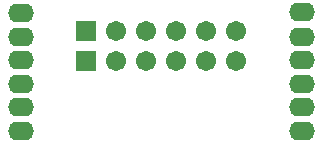
<source format=gts>
G04*
G04 #@! TF.GenerationSoftware,Altium Limited,Altium Designer,21.0.8 (223)*
G04*
G04 Layer_Color=8388736*
%FSLAX25Y25*%
%MOIN*%
G70*
G04*
G04 #@! TF.SameCoordinates,FC9B9BF5-C150-4AF8-8773-705BE2CDE54D*
G04*
G04*
G04 #@! TF.FilePolarity,Negative*
G04*
G01*
G75*
%ADD11C,0.06706*%
%ADD12R,0.06706X0.06706*%
%ADD13O,0.08674X0.06312*%
%ADD14O,0.08674X0.06312*%
D11*
X42100Y27200D02*
D03*
X72100D02*
D03*
X62100D02*
D03*
X52100D02*
D03*
X32100D02*
D03*
X42100Y37200D02*
D03*
X72100D02*
D03*
X62100D02*
D03*
X52100D02*
D03*
X32100D02*
D03*
D12*
X22100Y27200D02*
D03*
Y37200D02*
D03*
D13*
X394Y3937D02*
D03*
Y43307D02*
D03*
Y35433D02*
D03*
Y27559D02*
D03*
Y19685D02*
D03*
Y11811D02*
D03*
D14*
X94095Y3937D02*
D03*
Y11811D02*
D03*
Y19685D02*
D03*
Y27559D02*
D03*
Y35433D02*
D03*
Y43500D02*
D03*
M02*

</source>
